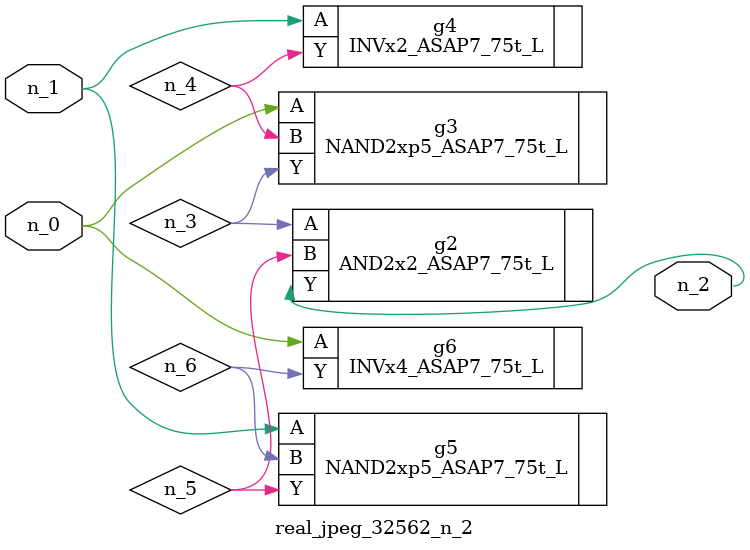
<source format=v>
module real_jpeg_32562_n_2 (n_1, n_0, n_2);

input n_1;
input n_0;

output n_2;

wire n_5;
wire n_4;
wire n_6;
wire n_3;

NAND2xp5_ASAP7_75t_L g3 ( 
.A(n_0),
.B(n_4),
.Y(n_3)
);

INVx4_ASAP7_75t_L g6 ( 
.A(n_0),
.Y(n_6)
);

INVx2_ASAP7_75t_L g4 ( 
.A(n_1),
.Y(n_4)
);

NAND2xp5_ASAP7_75t_L g5 ( 
.A(n_1),
.B(n_6),
.Y(n_5)
);

AND2x2_ASAP7_75t_L g2 ( 
.A(n_3),
.B(n_5),
.Y(n_2)
);


endmodule
</source>
